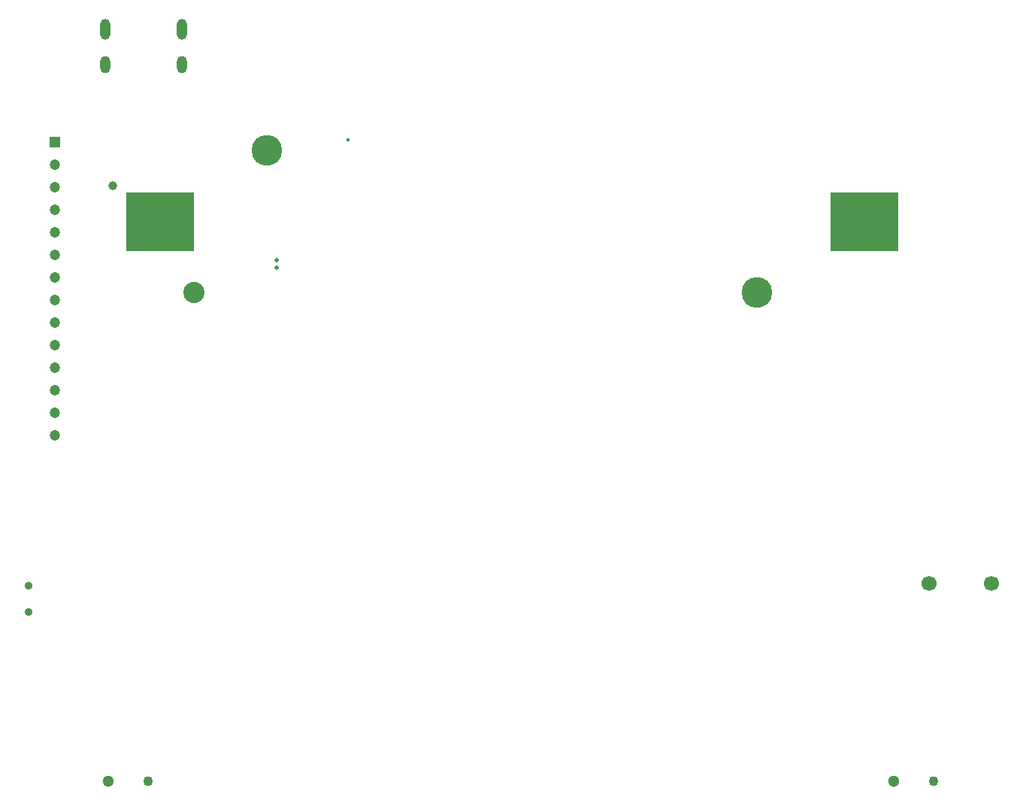
<source format=gbr>
%TF.GenerationSoftware,KiCad,Pcbnew,9.0.5*%
%TF.CreationDate,2025-11-20T02:47:11-08:00*%
%TF.ProjectId,Etch_A_Tune,45746368-5f41-45f5-9475-6e652e6b6963,rev?*%
%TF.SameCoordinates,Original*%
%TF.FileFunction,Soldermask,Bot*%
%TF.FilePolarity,Negative*%
%FSLAX46Y46*%
G04 Gerber Fmt 4.6, Leading zero omitted, Abs format (unit mm)*
G04 Created by KiCad (PCBNEW 9.0.5) date 2025-11-20 02:47:11*
%MOMM*%
%LPD*%
G01*
G04 APERTURE LIST*
G04 Aperture macros list*
%AMRoundRect*
0 Rectangle with rounded corners*
0 $1 Rounding radius*
0 $2 $3 $4 $5 $6 $7 $8 $9 X,Y pos of 4 corners*
0 Add a 4 corners polygon primitive as box body*
4,1,4,$2,$3,$4,$5,$6,$7,$8,$9,$2,$3,0*
0 Add four circle primitives for the rounded corners*
1,1,$1+$1,$2,$3*
1,1,$1+$1,$4,$5*
1,1,$1+$1,$6,$7*
1,1,$1+$1,$8,$9*
0 Add four rect primitives between the rounded corners*
20,1,$1+$1,$2,$3,$4,$5,0*
20,1,$1+$1,$4,$5,$6,$7,0*
20,1,$1+$1,$6,$7,$8,$9,0*
20,1,$1+$1,$8,$9,$2,$3,0*%
G04 Aperture macros list end*
%ADD10C,0.499999*%
%ADD11C,0.400000*%
%ADD12O,1.152400X2.352400*%
%ADD13O,1.152400X1.952400*%
%ADD14C,1.300000*%
%ADD15C,1.100000*%
%ADD16C,1.700000*%
%ADD17C,0.900000*%
%ADD18R,1.200000X1.200000*%
%ADD19C,1.200000*%
%ADD20C,1.000000*%
%ADD21C,3.450000*%
%ADD22C,2.390000*%
%ADD23RoundRect,0.102000X3.730000X3.235000X-3.730000X3.235000X-3.730000X-3.235000X3.730000X-3.235000X0*%
G04 APERTURE END LIST*
D10*
%TO.C,U4*%
X46990001Y-48889999D03*
X46990001Y-48090000D03*
%TD*%
D11*
%TO.C,U6*%
X55055000Y-34540000D03*
%TD*%
D12*
%TO.C,J4*%
X36360000Y-22090000D03*
X27720000Y-22090000D03*
D13*
X36360000Y-26090000D03*
X27720000Y-26090000D03*
%TD*%
D14*
%TO.C,MT1*%
X28000000Y-106740000D03*
D15*
X32500000Y-106740000D03*
%TD*%
D14*
%TO.C,MT2*%
X116540000Y-106740000D03*
D15*
X121040000Y-106740000D03*
%TD*%
D16*
%TO.C,J5*%
X127527140Y-84490000D03*
X120527140Y-84490000D03*
%TD*%
D17*
%TO.C,S6*%
X19040000Y-87740000D03*
X19040000Y-84740000D03*
%TD*%
D18*
%TO.C,J1*%
X22000000Y-34760000D03*
D19*
X22000000Y-37300000D03*
X22000000Y-39840000D03*
X22000000Y-42380000D03*
X22000000Y-44920000D03*
X22000000Y-47460000D03*
X22000000Y-50000000D03*
X22000000Y-52540000D03*
X22000000Y-55080000D03*
X22000000Y-57620000D03*
X22000000Y-60160000D03*
X22000000Y-62700000D03*
X22000000Y-65240000D03*
X22000000Y-67780000D03*
%TD*%
D20*
%TO.C,TP37*%
X28540000Y-39740000D03*
%TD*%
D21*
%TO.C,BT1*%
X101140000Y-51740000D03*
X45940000Y-35740000D03*
D22*
X37720000Y-51740000D03*
D23*
X113210000Y-43740000D03*
X33870000Y-43740000D03*
%TD*%
M02*

</source>
